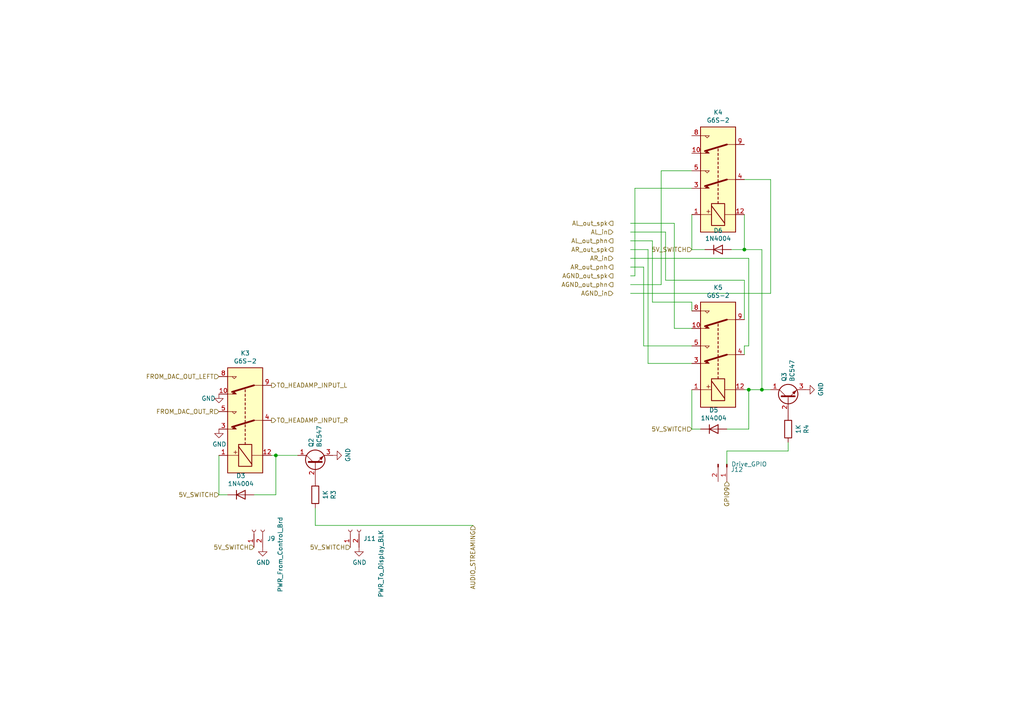
<source format=kicad_sch>
(kicad_sch (version 20211123) (generator eeschema)
  (paper "A4")
  (lib_symbols
    (symbol "Connector:Conn_01x02_Female" (pin_names (offset 1.016) hide)
      (property "Reference" "J" (at 0 2.54 0))
      (property "Value" "Conn_01x02_Female" (at 0 -5.08 0))
      (symbol "Conn_01x02_Female_1_1"
        (arc (start 0 -2.032) (mid -0.508 -2.54) (end 0 -3.048) (stroke (width 0.1524)))
        (polyline (pts (xy -1.27 -2.54) (xy -0.508 -2.54)) (stroke (width 0.1524)))
        (polyline (pts (xy -1.27 0) (xy -0.508 0)) (stroke (width 0.1524)))
        (arc (start 0 0.508) (mid -0.508 0) (end 0 -0.508) (stroke (width 0.1524)))
        (pin passive line (at -5.08 0 0) (length 3.81) (name "Pin_1") (number "1"))
        (pin passive line (at -5.08 -2.54 0) (length 3.81) (name "Pin_2") (number "2"))
      )
    )
    (symbol "Connector:Conn_01x02_Male" (pin_names (offset 1.016) hide)
      (property "Reference" "J" (at 0 2.54 0))
      (property "Value" "Conn_01x02_Male" (at 0 -5.08 0))
      (symbol "Conn_01x02_Male_1_1"
        (polyline (pts (xy 1.27 -2.54) (xy 0.8636 -2.54)) (stroke (width 0.1524)))
        (polyline (pts (xy 1.27 0) (xy 0.8636 0)) (stroke (width 0.1524)))
        (rectangle (start 0.8636 -2.413) (end 0 -2.667) (stroke (width 0.1524)) (fill (type outline)))
        (rectangle (start 0.8636 0.127) (end 0 -0.127) (stroke (width 0.1524)) (fill (type outline)))
        (pin passive line (at 5.08 0 180) (length 3.81) (name "Pin_1") (number "1"))
        (pin passive line (at 5.08 -2.54 180) (length 3.81) (name "Pin_2") (number "2"))
      )
    )
    (symbol "Device:R" (pin_numbers hide) (pin_names (offset 0))
      (property "Reference" "R" (at 2.032 0 90))
      (property "Value" "R" (at 0 0 90))
      (symbol "R_0_1"
        (rectangle (start -1.016 -2.54) (end 1.016 2.54) (stroke (width 0.254)))
      )
      (symbol "R_1_1"
        (pin passive line (at 0 3.81 270) (length 1.27) (name "~") (number "1"))
        (pin passive line (at 0 -3.81 90) (length 1.27) (name "~") (number "2"))
      )
    )
    (symbol "Diode:1N4004" (pin_numbers hide) (pin_names (offset 1.016) hide)
      (property "Reference" "D" (at 0 2.54 0))
      (property "Value" "1N4004" (at 0 -2.54 0))
      (symbol "1N4004_0_1"
        (polyline (pts (xy -1.27 1.27) (xy -1.27 -1.27)) (stroke (width 0.254)))
        (polyline (pts (xy 1.27 0) (xy -1.27 0)))
        (polyline (pts (xy 1.27 1.27) (xy 1.27 -1.27) (xy -1.27 0) (xy 1.27 1.27)) (stroke (width 0.254)))
      )
      (symbol "1N4004_1_1"
        (pin passive line (at -3.81 0 0) (length 2.54) (name "K") (number "1"))
        (pin passive line (at 3.81 0 180) (length 2.54) (name "A") (number "2"))
      )
    )
    (symbol "Relay:G6S-2"
      (property "Reference" "K" (at 16.51 3.81 0))
      (property "Value" "G6S-2" (at 16.51 1.27 0))
      (symbol "G6S-2_0_0"
        (text "+" (at -9.271 2.921 0) (effects (font (size 1.27 1.27))))
      )
      (symbol "G6S-2_0_1"
        (rectangle (start -15.24 5.08) (end 15.24 -5.08) (stroke (width 0.254)) (fill (type background)))
        (rectangle (start -13.335 1.905) (end -6.985 -1.905) (stroke (width 0.254)))
        (polyline (pts (xy -12.7 -1.905) (xy -7.62 1.905)) (stroke (width 0.254)))
        (polyline (pts (xy -10.16 -5.08) (xy -10.16 -1.905)))
        (polyline (pts (xy -10.16 5.08) (xy -10.16 1.905)))
        (polyline (pts (xy -6.985 0) (xy -6.35 0)) (stroke (width 0.254)))
        (polyline (pts (xy -5.715 0) (xy -5.08 0)) (stroke (width 0.254)))
        (polyline (pts (xy -4.445 0) (xy -3.81 0)) (stroke (width 0.254)))
        (polyline (pts (xy -3.175 0) (xy -2.54 0)) (stroke (width 0.254)))
        (polyline (pts (xy -1.905 0) (xy -1.27 0)) (stroke (width 0.254)))
        (polyline (pts (xy -0.635 0) (xy 0 0)) (stroke (width 0.254)))
        (polyline (pts (xy 0 -2.54) (xy -1.905 3.81)) (stroke (width 0.508)))
        (polyline (pts (xy 0 -2.54) (xy 0 -5.08)))
        (polyline (pts (xy 0.635 0) (xy 1.27 0)) (stroke (width 0.254)))
        (polyline (pts (xy 1.905 0) (xy 2.54 0)) (stroke (width 0.254)))
        (polyline (pts (xy 3.175 0) (xy 3.81 0)) (stroke (width 0.254)))
        (polyline (pts (xy 4.445 0) (xy 5.08 0)) (stroke (width 0.254)))
        (polyline (pts (xy 5.715 0) (xy 6.35 0)) (stroke (width 0.254)))
        (polyline (pts (xy 6.985 0) (xy 7.62 0)) (stroke (width 0.254)))
        (polyline (pts (xy 8.255 0) (xy 8.89 0)) (stroke (width 0.254)))
        (polyline (pts (xy 10.16 -2.54) (xy 8.255 3.81)) (stroke (width 0.508)))
        (polyline (pts (xy 10.16 -2.54) (xy 10.16 -5.08)))
        (polyline (pts (xy -2.54 5.08) (xy -2.54 2.54) (xy -1.905 3.175) (xy -2.54 3.81)) (fill (type outline)))
        (polyline (pts (xy 2.54 5.08) (xy 2.54 2.54) (xy 1.905 3.175) (xy 2.54 3.81)))
        (polyline (pts (xy 7.62 5.08) (xy 7.62 2.54) (xy 8.255 3.175) (xy 7.62 3.81)) (fill (type outline)))
        (polyline (pts (xy 12.7 5.08) (xy 12.7 2.54) (xy 12.065 3.175) (xy 12.7 3.81)))
      )
      (symbol "G6S-2_1_1"
        (pin passive line (at -10.16 7.62 270) (length 2.54) (name "~") (number "1"))
        (pin passive line (at 7.62 7.62 270) (length 2.54) (name "~") (number "10"))
        (pin passive line (at -10.16 -7.62 90) (length 2.54) (name "~") (number "12"))
        (pin passive line (at -2.54 7.62 270) (length 2.54) (name "~") (number "3"))
        (pin passive line (at 0 -7.62 90) (length 2.54) (name "~") (number "4"))
        (pin passive line (at 2.54 7.62 270) (length 2.54) (name "~") (number "5"))
        (pin passive line (at 12.7 7.62 270) (length 2.54) (name "~") (number "8"))
        (pin passive line (at 10.16 -7.62 90) (length 2.54) (name "~") (number "9"))
      )
    )
    (symbol "Transistor_BJT:BC547" (pin_names (offset 0) hide)
      (property "Reference" "Q" (at 5.08 1.905 0))
      (property "Value" "BC547" (at 5.08 0 0))
      (symbol "BC547_0_1"
        (polyline (pts (xy 0 0) (xy 0.635 0)))
        (polyline (pts (xy 0.635 0.635) (xy 2.54 2.54)))
        (polyline (pts (xy 0.635 -0.635) (xy 2.54 -2.54) (xy 2.54 -2.54)))
        (polyline (pts (xy 0.635 1.905) (xy 0.635 -1.905) (xy 0.635 -1.905)) (stroke (width 0.508)))
        (polyline (pts (xy 1.27 -1.778) (xy 1.778 -1.27) (xy 2.286 -2.286) (xy 1.27 -1.778) (xy 1.27 -1.778)) (fill (type outline)))
        (circle (center 1.27 0) (radius 2.8194) (stroke (width 0.254)))
      )
      (symbol "BC547_1_1"
        (pin passive line (at 2.54 5.08 270) (length 2.54) (name "C") (number "1"))
        (pin input line (at -5.08 0 0) (length 5.08) (name "B") (number "2"))
        (pin passive line (at 2.54 -5.08 90) (length 2.54) (name "E") (number "3"))
      )
    )
    (symbol "power:GND" (power) (pin_names (offset 0))
      (property "Value" "GND" (at 0 -3.81 0))
      (symbol "GND_0_1"
        (polyline (pts (xy 0 0) (xy 0 -1.27) (xy 1.27 -1.27) (xy 0 -2.54) (xy -1.27 -1.27) (xy 0 -1.27)))
      )
      (symbol "GND_1_1"
        (pin power_in line (at 0 0 270) (length 0) hide (name "GND") (number "1"))
      )
    )
  )
  (junction (at 220.98 113.03))
  (junction (at 80.01 132.08))
  (junction (at 215.9 72.39))
  (junction (at 217.17 113.03))
  (wire (pts (xy 210.82 124.46) (xy 217.17 124.46)))
  (wire (pts (xy 182.88 69.85) (xy 189.23 69.85)))
  (wire (pts (xy 63.5 143.51) (xy 63.5 132.08)))
  (wire (pts (xy 193.04 67.31) (xy 193.04 81.28)))
  (wire (pts (xy 217.17 113.03) (xy 220.98 113.03)))
  (wire (pts (xy 91.44 147.32) (xy 91.44 152.4)))
  (wire (pts (xy 195.58 95.25) (xy 200.66 95.25)))
  (wire (pts (xy 210.82 134.62) (xy 210.82 130.81)))
  (wire (pts (xy 195.58 64.77) (xy 195.58 95.25)))
  (wire (pts (xy 182.88 80.01) (xy 184.15 80.01)))
  (wire (pts (xy 191.77 82.55) (xy 191.77 49.53)))
  (wire (pts (xy 189.23 87.63) (xy 200.66 87.63)))
  (wire (pts (xy 182.88 74.93) (xy 217.17 74.93)))
  (wire (pts (xy 191.77 49.53) (xy 200.66 49.53)))
  (wire (pts (xy 193.04 81.28) (xy 215.9 81.28)))
  (wire (pts (xy 220.98 113.03) (xy 223.52 113.03)))
  (wire (pts (xy 184.15 54.61) (xy 200.66 54.61)))
  (wire (pts (xy 182.88 72.39) (xy 187.96 72.39)))
  (wire (pts (xy 66.04 143.51) (xy 63.5 143.51)))
  (wire (pts (xy 215.9 72.39) (xy 215.9 62.23)))
  (wire (pts (xy 184.15 80.01) (xy 184.15 54.61)))
  (wire (pts (xy 215.9 100.33) (xy 215.9 102.87)))
  (wire (pts (xy 215.9 113.03) (xy 217.17 113.03)))
  (wire (pts (xy 217.17 100.33) (xy 215.9 100.33)))
  (wire (pts (xy 137.16 152.4) (xy 91.44 152.4)))
  (wire (pts (xy 78.74 132.08) (xy 80.01 132.08)))
  (wire (pts (xy 186.69 100.33) (xy 200.66 100.33)))
  (wire (pts (xy 182.88 77.47) (xy 186.69 77.47)))
  (wire (pts (xy 200.66 124.46) (xy 200.66 113.03)))
  (wire (pts (xy 80.01 132.08) (xy 86.36 132.08)))
  (wire (pts (xy 186.69 77.47) (xy 186.69 100.33)))
  (wire (pts (xy 223.52 52.07) (xy 215.9 52.07)))
  (wire (pts (xy 182.88 64.77) (xy 195.58 64.77)))
  (wire (pts (xy 200.66 87.63) (xy 200.66 90.17)))
  (wire (pts (xy 223.52 85.09) (xy 223.52 52.07)))
  (wire (pts (xy 204.47 72.39) (xy 200.66 72.39)))
  (wire (pts (xy 80.01 143.51) (xy 80.01 132.08)))
  (wire (pts (xy 187.96 105.41) (xy 200.66 105.41)))
  (wire (pts (xy 189.23 69.85) (xy 189.23 87.63)))
  (wire (pts (xy 187.96 72.39) (xy 187.96 105.41)))
  (wire (pts (xy 220.98 72.39) (xy 215.9 72.39)))
  (wire (pts (xy 203.2 124.46) (xy 200.66 124.46)))
  (wire (pts (xy 73.66 143.51) (xy 80.01 143.51)))
  (wire (pts (xy 182.88 85.09) (xy 223.52 85.09)))
  (wire (pts (xy 182.88 82.55) (xy 191.77 82.55)))
  (wire (pts (xy 200.66 72.39) (xy 200.66 62.23)))
  (wire (pts (xy 228.6 130.81) (xy 228.6 128.27)))
  (wire (pts (xy 210.82 130.81) (xy 228.6 130.81)))
  (wire (pts (xy 217.17 124.46) (xy 217.17 113.03)))
  (wire (pts (xy 215.9 81.28) (xy 215.9 92.71)))
  (wire (pts (xy 220.98 113.03) (xy 220.98 72.39)))
  (wire (pts (xy 217.17 74.93) (xy 217.17 100.33)))
  (wire (pts (xy 212.09 72.39) (xy 215.9 72.39)))
  (wire (pts (xy 182.88 67.31) (xy 193.04 67.31)))
  (hierarchical_label "TO_HEADAMP_INPUT_L" (shape output) (at 78.74 111.76 0))
  (hierarchical_label "AR_in" (shape input) (at 177.8 74.93 180))
  (hierarchical_label "5V_SWITCH" (shape input) (at 200.66 124.46 180))
  (hierarchical_label "AR_out_spk" (shape output) (at 177.8 72.39 180))
  (hierarchical_label "TO_HEADAMP_INPUT_R" (shape output) (at 78.74 121.92 0))
  (hierarchical_label "5V_SWITCH" (shape input) (at 101.6 158.75 180))
  (hierarchical_label "AGND_out_phn" (shape output) (at 177.8 82.55 180))
  (hierarchical_label "AGND_in" (shape input) (at 177.8 85.09 180))
  (hierarchical_label "AR_out_pnh" (shape output) (at 177.8 77.47 180))
  (hierarchical_label "FROM_DAC_OUT_LEFT" (shape input) (at 63.5 109.22 180))
  (hierarchical_label "AL_out_spk" (shape output) (at 177.8 64.77 180))
  (hierarchical_label "GPIO9" (shape input) (at 210.82 139.7 270))
  (hierarchical_label "AGND_out_spk" (shape output) (at 177.8 80.01 180))
  (hierarchical_label "5V_SWITCH" (shape input) (at 200.66 72.39 180))
  (hierarchical_label "5V_SWITCH" (shape input) (at 73.66 158.75 180))
  (hierarchical_label "AUDIO_STREAMING" (shape input) (at 137.16 152.4 270))
  (hierarchical_label "5V_SWITCH" (shape input) (at 63.5 143.51 180))
  (hierarchical_label "FROM_DAC_OUT_R" (shape input) (at 63.5 119.38 180))
  (hierarchical_label "AL_out_phn" (shape output) (at 177.8 69.85 180))
  (hierarchical_label "AL_in" (shape input) (at 177.8 67.31 180))
  (symbol (lib_id "Diode:1N4004") (at 69.85 143.51 0) (unit 1)
    (property "Reference" "D3" (at 69.85 137.9982 0))
    (property "Value" "1N4004" (at 69.85 140.3096 0))
    (property "Footprint" "Diode_SMD:D_1206_3216Metric" (effects hide))
    (property "Datasheet" "http://www.vishay.com/docs/88503/1n4001.pdf" (effects hide))
  )
  (symbol (lib_id "Transistor_BJT:BC547") (at 91.44 134.62 90) (unit 1)
    (property "Reference" "Q2" (at 90.2716 129.7686 0) (effects (justify left)))
    (property "Value" "BC547" (at 92.583 129.7686 0) (effects (justify left)))
    (property "Footprint" "Package_TO_SOT_THT:TO-92_Inline" (effects hide))
    (property "Datasheet" "https://www.onsemi.com/pub/Collateral/BC550-D.pdf" (effects hide))
  )
  (symbol (lib_id "Device:R") (at 91.44 143.51 180) (unit 1)
    (property "Reference" "R3" (at 96.6978 143.51 90))
    (property "Value" "1K" (at 94.3864 143.51 90))
    (property "Footprint" "Resistor_THT:R_Axial_DIN0207_L6.3mm_D2.5mm_P2.54mm_Vertical" (effects hide))
  )
  (symbol (lib_id "Relay:G6S-2") (at 71.12 121.92 90) (unit 1)
    (property "Reference" "K3" (at 71.12 102.4382 90))
    (property "Value" "G6S-2" (at 71.12 104.7496 90))
    (property "Footprint" "Relay_THT:Relay_DPDT_Omron_G6S-2" (effects hide))
    (property "Datasheet" "http://omronfs.omron.com/en_US/ecb/products/pdf/en-g6s.pdf" (effects hide))
  )
  (symbol (lib_id "power:GND") (at 96.52 132.08 90) (unit 1)
    (property "Reference" "#PWR015" (effects hide))
    (property "Value" "GND" (at 100.9142 131.953 0))
  )
  (symbol (lib_id "Connector:Conn_01x02_Female") (at 73.66 153.67 90) (unit 1)
    (property "Reference" "J9" (at 77.47 156.21 90) (effects (justify right)))
    (property "Value" "PWR_From_Control_Brd" (at 81.28 149.86 0) (effects (justify right)))
    (property "Footprint" "TerminalBlock_RND:TerminalBlock_RND_205-00001_1x02_P5.00mm_Horizontal" (effects hide))
  )
  (symbol (lib_id "Diode:1N4004") (at 207.01 124.46 0) (unit 1)
    (property "Reference" "D5" (at 207.01 118.9482 0))
    (property "Value" "1N4004" (at 207.01 121.2596 0))
    (property "Footprint" "Diode_SMD:D_1206_3216Metric" (effects hide))
    (property "Datasheet" "http://www.vishay.com/docs/88503/1n4001.pdf" (effects hide))
  )
  (symbol (lib_id "Transistor_BJT:BC547") (at 228.6 115.57 90) (unit 1)
    (property "Reference" "Q3" (at 227.4316 110.7186 0) (effects (justify left)))
    (property "Value" "BC547" (at 229.743 110.7186 0) (effects (justify left)))
    (property "Footprint" "Package_TO_SOT_THT:TO-92_Inline" (effects hide))
    (property "Datasheet" "https://www.onsemi.com/pub/Collateral/BC550-D.pdf" (effects hide))
  )
  (symbol (lib_id "Device:R") (at 228.6 124.46 180) (unit 1)
    (property "Reference" "R4" (at 233.8578 124.46 90))
    (property "Value" "1K" (at 231.5464 124.46 90))
    (property "Footprint" "Resistor_THT:R_Axial_DIN0207_L6.3mm_D2.5mm_P2.54mm_Vertical" (effects hide))
  )
  (symbol (lib_id "power:GND") (at 233.68 113.03 90) (unit 1)
    (property "Reference" "#PWR020" (effects hide))
    (property "Value" "GND" (at 238.0742 112.903 0))
  )
  (symbol (lib_id "Relay:G6S-2") (at 208.28 52.07 90) (unit 1)
    (property "Reference" "K4" (at 208.28 32.5882 90))
    (property "Value" "G6S-2" (at 208.28 34.8996 90))
    (property "Footprint" "Relay_THT:Relay_DPDT_Omron_G6S-2" (effects hide))
    (property "Datasheet" "http://omronfs.omron.com/en_US/ecb/products/pdf/en-g6s.pdf" (effects hide))
  )
  (symbol (lib_id "Relay:G6S-2") (at 208.28 102.87 90) (unit 1)
    (property "Reference" "K5" (at 208.28 83.3882 90))
    (property "Value" "G6S-2" (at 208.28 85.6996 90))
    (property "Footprint" "Relay_THT:Relay_DPDT_Omron_G6S-2" (effects hide))
    (property "Datasheet" "http://omronfs.omron.com/en_US/ecb/products/pdf/en-g6s.pdf" (effects hide))
  )
  (symbol (lib_id "Diode:1N4004") (at 208.28 72.39 0) (unit 1)
    (property "Reference" "D6" (at 208.28 66.8782 0))
    (property "Value" "1N4004" (at 208.28 69.1896 0))
    (property "Footprint" "Diode_SMD:D_1206_3216Metric" (effects hide))
    (property "Datasheet" "http://www.vishay.com/docs/88503/1n4001.pdf" (effects hide))
  )
  (symbol (lib_id "Connector:Conn_01x02_Female") (at 101.6 153.67 90) (unit 1)
    (property "Reference" "J11" (at 105.41 156.21 90) (effects (justify right)))
    (property "Value" "PWR_To_Display_BLK" (at 110.49 153.67 0) (effects (justify right)))
    (property "Footprint" "TerminalBlock_RND:TerminalBlock_RND_205-00001_1x02_P5.00mm_Horizontal" (effects hide))
  )
  (symbol (lib_id "power:GND") (at 76.2 158.75 0) (unit 1)
    (property "Reference" "#PWR014" (effects hide))
    (property "Value" "GND" (at 76.327 163.1442 0))
  )
  (symbol (lib_id "power:GND") (at 104.14 158.75 0) (unit 1)
    (property "Reference" "#PWR017" (effects hide))
    (property "Value" "GND" (at 104.267 163.1442 0))
  )
  (symbol (lib_id "Connector:Conn_01x02_Male") (at 210.82 134.62 270) (unit 1)
    (property "Reference" "J12" (at 211.9376 136.1948 90) (effects (justify left)))
    (property "Value" "Drive_GPIO" (at 212.09 134.62 90) (effects (justify left)))
    (property "Footprint" "Connector_PinHeader_2.54mm:PinHeader_1x02_P2.54mm_Vertical" (effects hide))
  )
  (symbol (lib_id "power:GND") (at 63.5 114.3 0) (unit 1)
    (property "Reference" "g" (effects hide))
    (property "Value" "GND" (at 58.42 115.57 0) (effects (justify left)))
  )
  (symbol (lib_id "power:GND") (at 63.5 124.46 0) (unit 1)
    (property "Reference" "#PWR?" (effects hide))
    (property "Value" "GND" (at 63.627 128.8542 0))
  )
)
</source>
